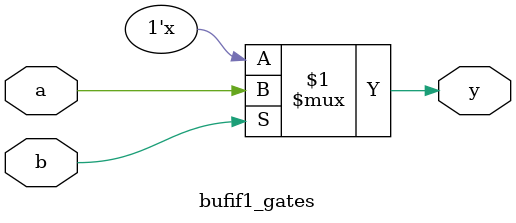
<source format=v>
module bufif1_gates(a,b,y);

input a;
input b;
output y;


bufif1 f7(y,a,b);





endmodule
</source>
